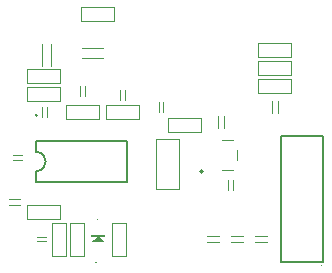
<source format=gbo>
G04*
G04 #@! TF.GenerationSoftware,Altium Limited,Altium Designer,23.11.1 (41)*
G04*
G04 Layer_Color=32896*
%FSLAX25Y25*%
%MOIN*%
G70*
G04*
G04 #@! TF.SameCoordinates,F81B5662-C64E-47A4-8FBC-E69FC3E7E543*
G04*
G04*
G04 #@! TF.FilePolarity,Positive*
G04*
G01*
G75*
%ADD10C,0.00787*%
%ADD13C,0.00394*%
%ADD18C,0.00197*%
G36*
X298101Y23505D02*
X295952D01*
X298074Y21535D01*
X293349D01*
X295478Y23505D01*
X293377D01*
Y23899D01*
X298101D01*
Y23505D01*
D02*
G37*
G36*
X370190Y13973D02*
X370176Y13944D01*
X370165Y13917D01*
X370151Y13893D01*
X370140Y13871D01*
X370130Y13854D01*
X370123Y13843D01*
X370121Y13841D01*
Y13839D01*
X370101Y13806D01*
X370080Y13777D01*
X370063Y13752D01*
X370046Y13731D01*
X370032Y13714D01*
X370023Y13701D01*
X370015Y13693D01*
X370013Y13691D01*
X371000D01*
Y13535D01*
X369733D01*
Y13637D01*
X369763Y13654D01*
X369794Y13676D01*
X369823Y13699D01*
X369850Y13722D01*
X369871Y13743D01*
X369888Y13760D01*
X369900Y13771D01*
X369902Y13773D01*
X369904Y13775D01*
X369934Y13812D01*
X369963Y13850D01*
X369988Y13889D01*
X370009Y13923D01*
X370027Y13954D01*
X370032Y13967D01*
X370038Y13979D01*
X370044Y13987D01*
X370048Y13994D01*
X370050Y13998D01*
Y14000D01*
X370201D01*
X370190Y13973D01*
D02*
G37*
G36*
X295048Y14939D02*
X295391D01*
Y14794D01*
X295048D01*
Y14450D01*
X294904D01*
Y14794D01*
X294558D01*
Y14939D01*
X294904D01*
Y15283D01*
X295048D01*
Y14939D01*
D02*
G37*
G36*
X295501Y29017D02*
X295345D01*
Y29491D01*
X295501D01*
Y29017D01*
D02*
G37*
D10*
X275315Y63882D02*
G03*
X275315Y63882I-276J0D01*
G01*
X275039Y45378D02*
G03*
X275039Y51677I0J3150D01*
G01*
X330471Y45206D02*
G03*
X330471Y45206I-394J0D01*
G01*
X275039Y51677D02*
Y55221D01*
X305354D01*
Y48528D02*
Y55221D01*
X275039Y41835D02*
Y45378D01*
Y41835D02*
X305354D01*
Y48528D01*
X356488Y15181D02*
X370661D01*
Y56913D01*
X356488D02*
X370661D01*
X356488Y15181D02*
Y56913D01*
D13*
X283014Y68663D02*
Y73387D01*
X271990Y68663D02*
X283014D01*
X271990D02*
Y73387D01*
X283014D01*
X283101Y29355D02*
Y34080D01*
X272078Y29355D02*
X283101D01*
X272078D02*
Y34080D01*
X283101D01*
X271990Y74663D02*
Y79387D01*
X283014D01*
Y74663D02*
Y79387D01*
X271990Y74663D02*
X283014D01*
X280377Y17056D02*
X285101D01*
X280377D02*
Y28080D01*
X285101D01*
Y17056D02*
Y28080D01*
X296014Y62663D02*
Y67387D01*
X284990Y62663D02*
X296014D01*
X284990D02*
Y67387D01*
X296014D01*
X286377Y17056D02*
X291101D01*
X286377D02*
Y28080D01*
X291101D01*
Y17056D02*
Y28080D01*
X301101Y95355D02*
Y100080D01*
X290078Y95355D02*
X301101D01*
X290078D02*
Y100080D01*
X301101D01*
X309163Y62663D02*
Y67387D01*
X298140Y62663D02*
X309163D01*
X298140D02*
Y67387D01*
X309163D01*
X300377Y17056D02*
X305101D01*
X300377D02*
Y28080D01*
X305101D01*
Y17056D02*
Y28080D01*
X348948Y83355D02*
Y88080D01*
X359971D01*
Y83355D02*
Y88080D01*
X348948Y83355D02*
X359971D01*
Y71355D02*
Y76080D01*
X348948Y71355D02*
X359971D01*
X348948D02*
Y76080D01*
X359971D01*
X348948Y77355D02*
Y82080D01*
X359971D01*
Y77355D02*
Y82080D01*
X348948Y77355D02*
X359971D01*
X330101Y58355D02*
Y63080D01*
X319078Y58355D02*
X330101D01*
X319078D02*
Y63080D01*
X330101D01*
X322479Y39351D02*
Y56084D01*
X314900D02*
X322479D01*
X314900Y39351D02*
Y56084D01*
Y39351D02*
X322479D01*
X336771Y55836D02*
X340708D01*
X341889Y49143D02*
Y52292D01*
X336771Y45599D02*
X340708D01*
X276927Y80481D02*
Y87568D01*
X280077Y80481D02*
Y87568D01*
X290196Y83143D02*
X297282D01*
X290196Y86292D02*
X297282D01*
X265771Y33993D02*
X269708D01*
X265771Y35962D02*
X269708D01*
X348031Y23724D02*
X351969D01*
X348031Y21756D02*
X351969D01*
X340032Y23724D02*
X343969D01*
X340032Y21756D02*
X343969D01*
X332031Y23724D02*
X335968D01*
X332031Y21756D02*
X335968D01*
X355444Y64749D02*
Y68686D01*
X353475Y64749D02*
Y68686D01*
X335755Y59749D02*
Y63686D01*
X337723Y59749D02*
Y63686D01*
D18*
X278439Y63450D02*
Y66600D01*
X276864Y63450D02*
Y66600D01*
X275164Y21930D02*
X278314D01*
X275164Y23505D02*
X278314D01*
X291289Y70450D02*
Y73599D01*
X289715Y70450D02*
Y73599D01*
X317377Y65143D02*
Y68292D01*
X315802Y65143D02*
Y68292D01*
X267164Y50655D02*
X270314D01*
X267164Y49080D02*
X270314D01*
X304526Y69143D02*
Y72292D01*
X302952Y69143D02*
Y72292D01*
X338952Y39143D02*
Y42292D01*
X340527Y39143D02*
Y42292D01*
M02*

</source>
